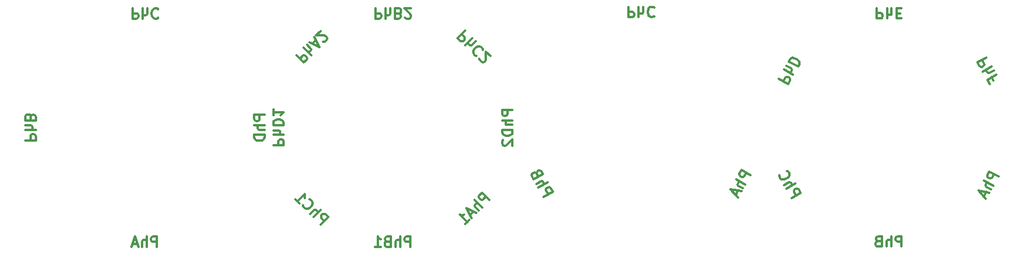
<source format=gbr>
%TF.GenerationSoftware,KiCad,Pcbnew,(6.0.5)*%
%TF.CreationDate,2022-07-10T09:12:34-07:00*%
%TF.ProjectId,micro-motor-proto-01,6d696372-6f2d-46d6-9f74-6f722d70726f,rev?*%
%TF.SameCoordinates,Original*%
%TF.FileFunction,Legend,Bot*%
%TF.FilePolarity,Positive*%
%FSLAX46Y46*%
G04 Gerber Fmt 4.6, Leading zero omitted, Abs format (unit mm)*
G04 Created by KiCad (PCBNEW (6.0.5)) date 2022-07-10 09:12:34*
%MOMM*%
%LPD*%
G01*
G04 APERTURE LIST*
%ADD10C,0.300000*%
G04 APERTURE END LIST*
D10*
X73419375Y-63940105D02*
X74480035Y-62879445D01*
X74075974Y-62475384D01*
X73924451Y-62424876D01*
X73823436Y-62424876D01*
X73671913Y-62475384D01*
X73520390Y-62626906D01*
X73469882Y-62778429D01*
X73469882Y-62879445D01*
X73520390Y-63030967D01*
X73924451Y-63435028D01*
X72358715Y-62879445D02*
X73419375Y-61818784D01*
X71904146Y-62424876D02*
X72459730Y-61869292D01*
X72611253Y-61818784D01*
X72762776Y-61869292D01*
X72914299Y-62020815D01*
X72964806Y-62172338D01*
X72964806Y-62273353D01*
X70893993Y-61212693D02*
X70893993Y-61313708D01*
X70995009Y-61515739D01*
X71096024Y-61616754D01*
X71298054Y-61717769D01*
X71500085Y-61717769D01*
X71651608Y-61667261D01*
X71904146Y-61515739D01*
X72055669Y-61364216D01*
X72207192Y-61111678D01*
X72257699Y-60960155D01*
X72257699Y-60758124D01*
X72156684Y-60556094D01*
X72055669Y-60455078D01*
X71853638Y-60354063D01*
X71752623Y-60354063D01*
X69782826Y-60303556D02*
X70388917Y-60909647D01*
X70085871Y-60606601D02*
X71146532Y-59545941D01*
X71096024Y-59798479D01*
X71096024Y-60000510D01*
X71146532Y-60152033D01*
X156821427Y-67140229D02*
X156821427Y-65640229D01*
X156249999Y-65640229D01*
X156107141Y-65711658D01*
X156035713Y-65783086D01*
X155964284Y-65925943D01*
X155964284Y-66140229D01*
X156035713Y-66283086D01*
X156107141Y-66354515D01*
X156249999Y-66425943D01*
X156821427Y-66425943D01*
X155321427Y-67140229D02*
X155321427Y-65640229D01*
X154678570Y-67140229D02*
X154678570Y-66354515D01*
X154749999Y-66211658D01*
X154892856Y-66140229D01*
X155107141Y-66140229D01*
X155249999Y-66211658D01*
X155321427Y-66283086D01*
X153464284Y-66354515D02*
X153249999Y-66425943D01*
X153178570Y-66497372D01*
X153107141Y-66640229D01*
X153107141Y-66854515D01*
X153178570Y-66997372D01*
X153249999Y-67068800D01*
X153392856Y-67140229D01*
X153964284Y-67140229D01*
X153964284Y-65640229D01*
X153464284Y-65640229D01*
X153321427Y-65711658D01*
X153249999Y-65783086D01*
X153178570Y-65925943D01*
X153178570Y-66068800D01*
X153249999Y-66211658D01*
X153321427Y-66283086D01*
X153464284Y-66354515D01*
X153964284Y-66354515D01*
X81237723Y-32821428D02*
X81237723Y-34321428D01*
X81809152Y-34321428D01*
X81952009Y-34250000D01*
X82023438Y-34178571D01*
X82094866Y-34035714D01*
X82094866Y-33821428D01*
X82023438Y-33678571D01*
X81952009Y-33607142D01*
X81809152Y-33535714D01*
X81237723Y-33535714D01*
X82737723Y-32821428D02*
X82737723Y-34321428D01*
X83380580Y-32821428D02*
X83380580Y-33607142D01*
X83309152Y-33750000D01*
X83166295Y-33821428D01*
X82952009Y-33821428D01*
X82809152Y-33750000D01*
X82737723Y-33678571D01*
X84594866Y-33607142D02*
X84809152Y-33535714D01*
X84880580Y-33464285D01*
X84952009Y-33321428D01*
X84952009Y-33107142D01*
X84880580Y-32964285D01*
X84809152Y-32892857D01*
X84666295Y-32821428D01*
X84094866Y-32821428D01*
X84094866Y-34321428D01*
X84594866Y-34321428D01*
X84737723Y-34250000D01*
X84809152Y-34178571D01*
X84880580Y-34035714D01*
X84880580Y-33892857D01*
X84809152Y-33750000D01*
X84737723Y-33678571D01*
X84594866Y-33607142D01*
X84094866Y-33607142D01*
X85523438Y-34178571D02*
X85594866Y-34250000D01*
X85737723Y-34321428D01*
X86094866Y-34321428D01*
X86237723Y-34250000D01*
X86309152Y-34178571D01*
X86380580Y-34035714D01*
X86380580Y-33892857D01*
X86309152Y-33678571D01*
X85452009Y-32821428D01*
X86380580Y-32821428D01*
X94127502Y-36059894D02*
X93066842Y-37120554D01*
X93470903Y-37524615D01*
X93622426Y-37575123D01*
X93723441Y-37575123D01*
X93874964Y-37524615D01*
X94026487Y-37373093D01*
X94076995Y-37221570D01*
X94076995Y-37120554D01*
X94026487Y-36969032D01*
X93622426Y-36564971D01*
X95188162Y-37120554D02*
X94127502Y-38181215D01*
X95642731Y-37575123D02*
X95087147Y-38130707D01*
X94935624Y-38181215D01*
X94784101Y-38130707D01*
X94632578Y-37979184D01*
X94582071Y-37827661D01*
X94582071Y-37726646D01*
X96652884Y-38787306D02*
X96652884Y-38686291D01*
X96551868Y-38484260D01*
X96450853Y-38383245D01*
X96248823Y-38282230D01*
X96046792Y-38282230D01*
X95895269Y-38332738D01*
X95642731Y-38484260D01*
X95491208Y-38635783D01*
X95339685Y-38888321D01*
X95289178Y-39039844D01*
X95289178Y-39241875D01*
X95390193Y-39443905D01*
X95491208Y-39544921D01*
X95693239Y-39645936D01*
X95794254Y-39645936D01*
X96198315Y-40049997D02*
X96198315Y-40151012D01*
X96248823Y-40302535D01*
X96501361Y-40555073D01*
X96652884Y-40605581D01*
X96753899Y-40605581D01*
X96905422Y-40555073D01*
X97006437Y-40454058D01*
X97107452Y-40252027D01*
X97107452Y-39039844D01*
X97764051Y-39696443D01*
X86309154Y-67178571D02*
X86309154Y-65678571D01*
X85737725Y-65678571D01*
X85594868Y-65750000D01*
X85523440Y-65821428D01*
X85452011Y-65964285D01*
X85452011Y-66178571D01*
X85523440Y-66321428D01*
X85594868Y-66392857D01*
X85737725Y-66464285D01*
X86309154Y-66464285D01*
X84809154Y-67178571D02*
X84809154Y-65678571D01*
X84166297Y-67178571D02*
X84166297Y-66392857D01*
X84237725Y-66250000D01*
X84380582Y-66178571D01*
X84594868Y-66178571D01*
X84737725Y-66250000D01*
X84809154Y-66321428D01*
X82952011Y-66392857D02*
X82737725Y-66464285D01*
X82666297Y-66535714D01*
X82594868Y-66678571D01*
X82594868Y-66892857D01*
X82666297Y-67035714D01*
X82737725Y-67107142D01*
X82880582Y-67178571D01*
X83452011Y-67178571D01*
X83452011Y-65678571D01*
X82952011Y-65678571D01*
X82809154Y-65750000D01*
X82737725Y-65821428D01*
X82666297Y-65964285D01*
X82666297Y-66107142D01*
X82737725Y-66250000D01*
X82809154Y-66321428D01*
X82952011Y-66392857D01*
X83452011Y-66392857D01*
X81166297Y-67178571D02*
X82023440Y-67178571D01*
X81594868Y-67178571D02*
X81594868Y-65678571D01*
X81737725Y-65892857D01*
X81880582Y-66035714D01*
X82023440Y-66107142D01*
X139212205Y-42949775D02*
X140511243Y-43699775D01*
X140796958Y-43204904D01*
X140806527Y-43045471D01*
X140780382Y-42947898D01*
X140692379Y-42814611D01*
X140506802Y-42707468D01*
X140347370Y-42697898D01*
X140249797Y-42724043D01*
X140116509Y-42812046D01*
X139830795Y-43306918D01*
X139962205Y-41650737D02*
X141261243Y-42400737D01*
X140283634Y-41094006D02*
X140964082Y-41486864D01*
X141052086Y-41620151D01*
X141042516Y-41779583D01*
X140935373Y-41965160D01*
X140802086Y-42053164D01*
X140704513Y-42079309D01*
X140640777Y-40475417D02*
X141939815Y-41225417D01*
X142118386Y-40916122D01*
X142163670Y-40694831D01*
X142111381Y-40499684D01*
X142023377Y-40366397D01*
X141811655Y-40161681D01*
X141626079Y-40054538D01*
X141342928Y-39973540D01*
X141183496Y-39963970D01*
X140988350Y-40016260D01*
X140819348Y-40166122D01*
X140640777Y-40475417D01*
X100952010Y-47464284D02*
X99452010Y-47464284D01*
X99452010Y-48035713D01*
X99523439Y-48178570D01*
X99594867Y-48249999D01*
X99737724Y-48321427D01*
X99952010Y-48321427D01*
X100094867Y-48249999D01*
X100166296Y-48178570D01*
X100237724Y-48035713D01*
X100237724Y-47464284D01*
X100952010Y-48964284D02*
X99452010Y-48964284D01*
X100952010Y-49607141D02*
X100166296Y-49607141D01*
X100023439Y-49535713D01*
X99952010Y-49392856D01*
X99952010Y-49178570D01*
X100023439Y-49035713D01*
X100094867Y-48964284D01*
X100952010Y-50321427D02*
X99452010Y-50321427D01*
X99452010Y-50678570D01*
X99523439Y-50892856D01*
X99666296Y-51035713D01*
X99809153Y-51107141D01*
X100094867Y-51178570D01*
X100309153Y-51178570D01*
X100594867Y-51107141D01*
X100737724Y-51035713D01*
X100880581Y-50892856D01*
X100952010Y-50678570D01*
X100952010Y-50321427D01*
X99594867Y-51749999D02*
X99523439Y-51821427D01*
X99452010Y-51964284D01*
X99452010Y-52321427D01*
X99523439Y-52464284D01*
X99594867Y-52535713D01*
X99737724Y-52607141D01*
X99880581Y-52607141D01*
X100094867Y-52535713D01*
X100952010Y-51678570D01*
X100952010Y-52607141D01*
X141033634Y-60128347D02*
X142332672Y-59378347D01*
X142046958Y-58883475D01*
X141913670Y-58795471D01*
X141816097Y-58769327D01*
X141656665Y-58778896D01*
X141471088Y-58886039D01*
X141383084Y-59019327D01*
X141356939Y-59116900D01*
X141366509Y-59276332D01*
X141652223Y-59771204D01*
X140283634Y-58829309D02*
X141582672Y-58079309D01*
X139962205Y-58272578D02*
X140642654Y-57879721D01*
X140802086Y-57870151D01*
X140935373Y-57958155D01*
X141042516Y-58143732D01*
X141052086Y-58303164D01*
X141025941Y-58400737D01*
X139300209Y-56840252D02*
X139274064Y-56937826D01*
X139319348Y-57159117D01*
X139390777Y-57282835D01*
X139559778Y-57432697D01*
X139754925Y-57484987D01*
X139914357Y-57475417D01*
X140197507Y-57394419D01*
X140383084Y-57287276D01*
X140594806Y-57082560D01*
X140682809Y-56949272D01*
X140735099Y-56754126D01*
X140689815Y-56532835D01*
X140618386Y-56409117D01*
X140449384Y-56259254D01*
X140351811Y-56233109D01*
X69909095Y-39570174D02*
X70969755Y-40630835D01*
X71373816Y-40226774D01*
X71424324Y-40075251D01*
X71424324Y-39974235D01*
X71373816Y-39822713D01*
X71222293Y-39671190D01*
X71070770Y-39620682D01*
X70969755Y-39620682D01*
X70818232Y-39671190D01*
X70414171Y-40075251D01*
X70969755Y-38509514D02*
X72030415Y-39570174D01*
X71424324Y-38054946D02*
X71979907Y-38610529D01*
X72030415Y-38762052D01*
X71979907Y-38913575D01*
X71828385Y-39065098D01*
X71676862Y-39115606D01*
X71575846Y-39115606D01*
X72181938Y-37903423D02*
X72687014Y-37398346D01*
X71777877Y-37701392D02*
X73192090Y-38408499D01*
X72484984Y-36994285D01*
X73747674Y-37650885D02*
X73848690Y-37650885D01*
X74000213Y-37600377D01*
X74252751Y-37347839D01*
X74303258Y-37196316D01*
X74303258Y-37095301D01*
X74252751Y-36943778D01*
X74151735Y-36842762D01*
X73949705Y-36741747D01*
X72737522Y-36741747D01*
X73394121Y-36085148D01*
X30994980Y-51820043D02*
X32494980Y-51820043D01*
X32494980Y-51248615D01*
X32423552Y-51105757D01*
X32352123Y-51034329D01*
X32209266Y-50962900D01*
X31994980Y-50962900D01*
X31852123Y-51034329D01*
X31780694Y-51105757D01*
X31709266Y-51248615D01*
X31709266Y-51820043D01*
X30994980Y-50320043D02*
X32494980Y-50320043D01*
X30994980Y-49677186D02*
X31780694Y-49677186D01*
X31923552Y-49748615D01*
X31994980Y-49891472D01*
X31994980Y-50105757D01*
X31923552Y-50248615D01*
X31852123Y-50320043D01*
X31780694Y-48462900D02*
X31709266Y-48248615D01*
X31637837Y-48177186D01*
X31494980Y-48105757D01*
X31280694Y-48105757D01*
X31137837Y-48177186D01*
X31066409Y-48248615D01*
X30994980Y-48391472D01*
X30994980Y-48962900D01*
X32494980Y-48962900D01*
X32494980Y-48462900D01*
X32423552Y-48320043D01*
X32352123Y-48248615D01*
X32209266Y-48177186D01*
X32066409Y-48177186D01*
X31923552Y-48248615D01*
X31852123Y-48320043D01*
X31780694Y-48462900D01*
X31780694Y-48962900D01*
X65352123Y-48177186D02*
X63852123Y-48177186D01*
X63852123Y-48748615D01*
X63923552Y-48891472D01*
X63994980Y-48962900D01*
X64137837Y-49034329D01*
X64352123Y-49034329D01*
X64494980Y-48962900D01*
X64566409Y-48891472D01*
X64637837Y-48748615D01*
X64637837Y-48177186D01*
X65352123Y-49677186D02*
X63852123Y-49677186D01*
X65352123Y-50320043D02*
X64566409Y-50320043D01*
X64423552Y-50248615D01*
X64352123Y-50105757D01*
X64352123Y-49891472D01*
X64423552Y-49748615D01*
X64494980Y-49677186D01*
X65352123Y-51034329D02*
X63852123Y-51034329D01*
X63852123Y-51391472D01*
X63923552Y-51605757D01*
X64066409Y-51748615D01*
X64209266Y-51820043D01*
X64494980Y-51891472D01*
X64709266Y-51891472D01*
X64994980Y-51820043D01*
X65137837Y-51748615D01*
X65280694Y-51605757D01*
X65352123Y-51391472D01*
X65352123Y-51034329D01*
X117578681Y-32602669D02*
X117578681Y-34102669D01*
X118150110Y-34102669D01*
X118292967Y-34031241D01*
X118364395Y-33959812D01*
X118435824Y-33816955D01*
X118435824Y-33602669D01*
X118364395Y-33459812D01*
X118292967Y-33388383D01*
X118150110Y-33316955D01*
X117578681Y-33316955D01*
X119078681Y-32602669D02*
X119078681Y-34102669D01*
X119721538Y-32602669D02*
X119721538Y-33388383D01*
X119650110Y-33531241D01*
X119507252Y-33602669D01*
X119292967Y-33602669D01*
X119150110Y-33531241D01*
X119078681Y-33459812D01*
X121292967Y-32745526D02*
X121221538Y-32674098D01*
X121007252Y-32602669D01*
X120864395Y-32602669D01*
X120650110Y-32674098D01*
X120507252Y-32816955D01*
X120435824Y-32959812D01*
X120364395Y-33245526D01*
X120364395Y-33459812D01*
X120435824Y-33745526D01*
X120507252Y-33888383D01*
X120650110Y-34031241D01*
X120864395Y-34102669D01*
X121007252Y-34102669D01*
X121221538Y-34031241D01*
X121292967Y-33959812D01*
X170734220Y-57066328D02*
X169435182Y-56316328D01*
X169149468Y-56811200D01*
X169139898Y-56970632D01*
X169166043Y-57068205D01*
X169254047Y-57201493D01*
X169439624Y-57308636D01*
X169599056Y-57318205D01*
X169696629Y-57292061D01*
X169829917Y-57204057D01*
X170115631Y-56709185D01*
X169984220Y-58365366D02*
X168685182Y-57615366D01*
X169662792Y-58922097D02*
X168982343Y-58529240D01*
X168894340Y-58395952D01*
X168903909Y-58236520D01*
X169011052Y-58050943D01*
X169144340Y-57962940D01*
X169241913Y-57936795D01*
X168970210Y-59264542D02*
X168613067Y-59883131D01*
X169412792Y-59355110D02*
X167863754Y-59038122D01*
X168912792Y-60221135D01*
X97637782Y-60429825D02*
X96577122Y-59369164D01*
X96173061Y-59773225D01*
X96122553Y-59924748D01*
X96122553Y-60025764D01*
X96173061Y-60177286D01*
X96324584Y-60328809D01*
X96476107Y-60379317D01*
X96577122Y-60379317D01*
X96728645Y-60328809D01*
X97132706Y-59924748D01*
X96577122Y-61490485D02*
X95516462Y-60429825D01*
X96122553Y-61945053D02*
X95566970Y-61389470D01*
X95516462Y-61237947D01*
X95566970Y-61086424D01*
X95718492Y-60934901D01*
X95870015Y-60884393D01*
X95971031Y-60884393D01*
X95364939Y-62096576D02*
X94859863Y-62601653D01*
X95769000Y-62298607D02*
X94354787Y-61591500D01*
X95061893Y-63005714D01*
X94152756Y-63914851D02*
X94758848Y-63308759D01*
X94455802Y-63611805D02*
X93395142Y-62551145D01*
X93647680Y-62601653D01*
X93849710Y-62601653D01*
X94001233Y-62551145D01*
X46352124Y-32820043D02*
X46352124Y-34320043D01*
X46923553Y-34320043D01*
X47066410Y-34248615D01*
X47137838Y-34177186D01*
X47209267Y-34034329D01*
X47209267Y-33820043D01*
X47137838Y-33677186D01*
X47066410Y-33605757D01*
X46923553Y-33534329D01*
X46352124Y-33534329D01*
X47852124Y-32820043D02*
X47852124Y-34320043D01*
X48494981Y-32820043D02*
X48494981Y-33605757D01*
X48423553Y-33748615D01*
X48280695Y-33820043D01*
X48066410Y-33820043D01*
X47923553Y-33748615D01*
X47852124Y-33677186D01*
X50066410Y-32962900D02*
X49994981Y-32891472D01*
X49780695Y-32820043D01*
X49637838Y-32820043D01*
X49423553Y-32891472D01*
X49280695Y-33034329D01*
X49209267Y-33177186D01*
X49137838Y-33462900D01*
X49137838Y-33677186D01*
X49209267Y-33962900D01*
X49280695Y-34105757D01*
X49423553Y-34248615D01*
X49637838Y-34320043D01*
X49780695Y-34320043D01*
X49994981Y-34248615D01*
X50066410Y-34177186D01*
X169019935Y-39887757D02*
X167720897Y-40637757D01*
X168006611Y-41132628D01*
X168139898Y-41220632D01*
X168237472Y-41246777D01*
X168396904Y-41237207D01*
X168582481Y-41130064D01*
X168670484Y-40996777D01*
X168696629Y-40899204D01*
X168687059Y-40739771D01*
X168401345Y-40244900D01*
X169769935Y-41186795D02*
X168470897Y-41936795D01*
X170091363Y-41743526D02*
X169410915Y-42136383D01*
X169251483Y-42145952D01*
X169118195Y-42057949D01*
X169011052Y-41872372D01*
X169001483Y-41712940D01*
X169027627Y-41615366D01*
X170018058Y-43187985D02*
X169768058Y-42754972D01*
X170448506Y-42362115D02*
X169149468Y-43112115D01*
X169506611Y-43730705D01*
X105433746Y-59947930D02*
X106732784Y-59197930D01*
X106447070Y-58703058D01*
X106313782Y-58615054D01*
X106216209Y-58588910D01*
X106056777Y-58598479D01*
X105871200Y-58705622D01*
X105783196Y-58838910D01*
X105757051Y-58936483D01*
X105766621Y-59095915D01*
X106052335Y-59590787D01*
X104683746Y-58648892D02*
X105982784Y-57898892D01*
X104362317Y-58092161D02*
X105042766Y-57699304D01*
X105202198Y-57689734D01*
X105335485Y-57777738D01*
X105442628Y-57963315D01*
X105452198Y-58122747D01*
X105426053Y-58220320D01*
X104435623Y-56647701D02*
X104266621Y-56497839D01*
X104169048Y-56471694D01*
X104009616Y-56481264D01*
X103824039Y-56588407D01*
X103736035Y-56721694D01*
X103709890Y-56819267D01*
X103719460Y-56978700D01*
X104005174Y-57473571D01*
X105304212Y-56723571D01*
X105054212Y-56290559D01*
X104920925Y-56202555D01*
X104823352Y-56176410D01*
X104663919Y-56185980D01*
X104540201Y-56257409D01*
X104452198Y-56390696D01*
X104426053Y-56488269D01*
X104435623Y-56647701D01*
X104685623Y-57080714D01*
X66594867Y-52535715D02*
X68094867Y-52535715D01*
X68094867Y-51964286D01*
X68023439Y-51821429D01*
X67952010Y-51750001D01*
X67809153Y-51678572D01*
X67594867Y-51678572D01*
X67452010Y-51750001D01*
X67380581Y-51821429D01*
X67309153Y-51964286D01*
X67309153Y-52535715D01*
X66594867Y-51035715D02*
X68094867Y-51035715D01*
X66594867Y-50392858D02*
X67380581Y-50392858D01*
X67523439Y-50464286D01*
X67594867Y-50607143D01*
X67594867Y-50821429D01*
X67523439Y-50964286D01*
X67452010Y-51035715D01*
X66594867Y-49678572D02*
X68094867Y-49678572D01*
X68094867Y-49321429D01*
X68023439Y-49107143D01*
X67880581Y-48964286D01*
X67737724Y-48892858D01*
X67452010Y-48821429D01*
X67237724Y-48821429D01*
X66952010Y-48892858D01*
X66809153Y-48964286D01*
X66666296Y-49107143D01*
X66594867Y-49321429D01*
X66594867Y-49678572D01*
X66594867Y-47392858D02*
X66594867Y-48250001D01*
X66594867Y-47821429D02*
X68094867Y-47821429D01*
X67880581Y-47964286D01*
X67737724Y-48107143D01*
X67666296Y-48250001D01*
X49887837Y-67177186D02*
X49887837Y-65677186D01*
X49316409Y-65677186D01*
X49173552Y-65748615D01*
X49102123Y-65820043D01*
X49030694Y-65962900D01*
X49030694Y-66177186D01*
X49102123Y-66320043D01*
X49173552Y-66391472D01*
X49316409Y-66462900D01*
X49887837Y-66462900D01*
X48387837Y-67177186D02*
X48387837Y-65677186D01*
X47744980Y-67177186D02*
X47744980Y-66391472D01*
X47816409Y-66248615D01*
X47959266Y-66177186D01*
X48173552Y-66177186D01*
X48316409Y-66248615D01*
X48387837Y-66320043D01*
X47102123Y-66748615D02*
X46387837Y-66748615D01*
X47244980Y-67177186D02*
X46744980Y-65677186D01*
X46244980Y-67177186D01*
X153249999Y-32783086D02*
X153249999Y-34283086D01*
X153821427Y-34283086D01*
X153964284Y-34211658D01*
X154035713Y-34140229D01*
X154107141Y-33997372D01*
X154107141Y-33783086D01*
X154035713Y-33640229D01*
X153964284Y-33568800D01*
X153821427Y-33497372D01*
X153249999Y-33497372D01*
X154749999Y-32783086D02*
X154749999Y-34283086D01*
X155392856Y-32783086D02*
X155392856Y-33568800D01*
X155321427Y-33711658D01*
X155178570Y-33783086D01*
X154964284Y-33783086D01*
X154821427Y-33711658D01*
X154749999Y-33640229D01*
X156107141Y-33568800D02*
X156607141Y-33568800D01*
X156821427Y-32783086D02*
X156107141Y-32783086D01*
X156107141Y-34283086D01*
X156821427Y-34283086D01*
X135134333Y-56885910D02*
X133835295Y-56135910D01*
X133549581Y-56630782D01*
X133540011Y-56790214D01*
X133566156Y-56887787D01*
X133654160Y-57021075D01*
X133839737Y-57128218D01*
X133999169Y-57137787D01*
X134096742Y-57111643D01*
X134230030Y-57023639D01*
X134515744Y-56528767D01*
X134384333Y-58184948D02*
X133085295Y-57434948D01*
X134062905Y-58741679D02*
X133382456Y-58348822D01*
X133294453Y-58215534D01*
X133304022Y-58056102D01*
X133411165Y-57870525D01*
X133544453Y-57782522D01*
X133642026Y-57756377D01*
X133370323Y-59084124D02*
X133013180Y-59702713D01*
X133812905Y-59174692D02*
X132263867Y-58857704D01*
X133312905Y-60040717D01*
M02*

</source>
